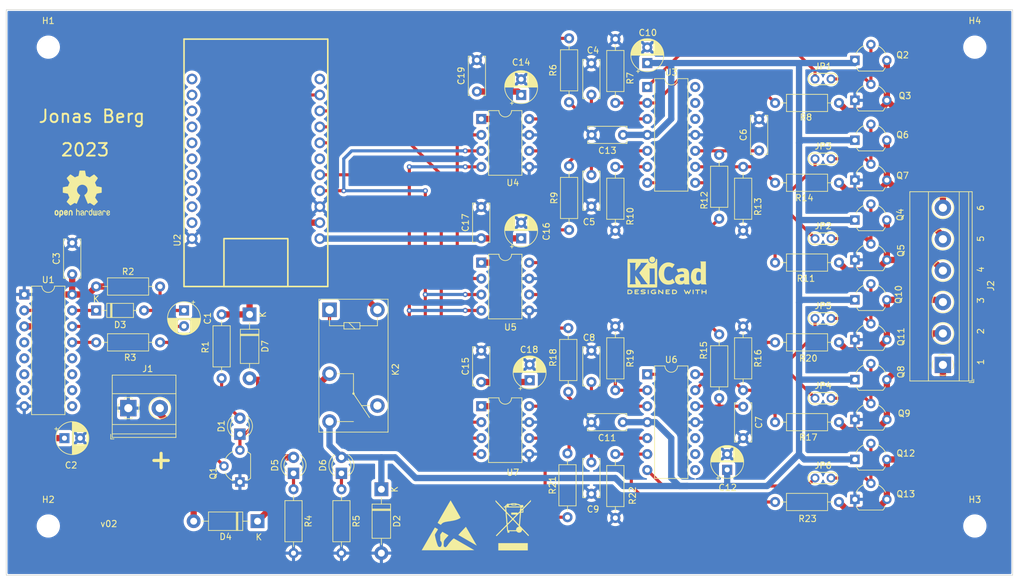
<source format=kicad_pcb>
(kicad_pcb (version 20221018) (generator pcbnew)
  (title_block (title "cpumeter") (date "2023-04-13") (rev "v01") (comment 3 "License CC BY 4.0") (comment 4 "Jonas Berg"))
  (layers (0 "F.Cu" mixed) (31 "B.Cu" mixed) (34 "B.Paste" user) (35 "F.Paste" user) (36 "B.SilkS" user "B.Silkscreen") (37 "F.SilkS" user "F.Silkscreen") (38 "B.Mask" user) (39 "F.Mask" user) (44 "Edge.Cuts" user))
  (net 0 "")
  (net 1 "Net-(D1-A)")
  (net 2 "+5V")
  (net 3 "GND")
  (net 4 "+24V")
  (net 5 "+3.3V")
  (net 6 "+VDC")
  (net 7 "Net-(D5-K)")
  (net 8 "/Analog/Vout1")
  (net 9 "/Analog/Vout2")
  (net 10 "/Analog/Vout3")
  (net 11 "/Analog/Vout4")
  (net 12 "/Analog/Vout5")
  (net 13 "/Analog/Vout6")
  (net 14 "Net-(Q1-G)")
  (net 15 "/Analog/SCLK")
  (net 16 "/Analog/MOSI")
  (net 17 "/Analog/CS0")
  (net 18 "/Analog/CS1")
  (net 19 "/Analog/CS2")
  (net 20 "Net-(U5-VB)")
  (net 21 "Net-(U5-VA)")
  (net 22 "Net-(JP1-A)")
  (net 23 "Net-(JP1-B)")
  (net 24 "Net-(JP2-A)")
  (net 25 "Net-(JP2-B)")
  (net 26 "Net-(JP3-B)")
  (net 27 "Net-(JP4-A)")
  (net 28 "Net-(JP4-B)")
  (net 29 "Net-(JP5-A)")
  (net 30 "Net-(JP5-B)")
  (net 31 "Net-(JP6-A)")
  (net 32 "Net-(JP6-B)")
  (net 33 "Net-(JP3-A)")
  (net 34 "Net-(D4-A)")
  (net 35 "Net-(U3A-+)")
  (net 36 "Net-(U3C-+)")
  (net 37 "Net-(U3B-+)")
  (net 38 "Net-(D3-K)")
  (net 39 "Net-(U7-VA)")
  (net 40 "Net-(U7-VB)")
  (net 41 "Net-(U3A--)")
  (net 42 "Net-(U3C--)")
  (net 43 "Net-(U3B--)")
  (net 47 "Net-(D3-A)")
  (net 48 "Net-(U1A-Cext)")
  (net 49 "Net-(U6D-+)")
  (net 50 "Net-(U6A-+)")
  (net 51 "Net-(U6B-+)")
  (net 52 "Net-(D1-K)")
  (net 53 "Net-(D6-K)")
  (net 54 "Net-(U1A-Q)")
  (net 55 "Net-(U4-VA)")
  (net 56 "Net-(U4-VB)")
  (net 57 "Net-(U6D--)")
  (net 58 "Net-(U6A--)")
  (net 59 "Net-(U6B--)")
  (net 60 "Net-(U1A-B)")
  (footprint "Package_DIP:DIP-16_W7.62mm" (layer "F.Cu") (at 58.156 79.492)
    (fp_text reference "U1")
    (fp_text value "74LS123")
  )
  (footprint "MountingHole:MountingHole_3.2mm_M3" (layer "F.Cu") (at 61.976 116.332)
    (fp_text reference "H2")
    (fp_text value "MountingHole")
  )
  (footprint "Resistor_THT:R_Axial_DIN0207_L6.3mm_D2.5mm_P10.16mm_Horizontal" (layer "F.Cu") (at 69.586 87.112)
    (fp_text reference "R3")
    (fp_text value "10k")
  )
  (footprint "Capacitor_THT:CP_Radial_D5.0mm_P2.50mm" (layer "F.Cu") (at 137.16 70.562 90)
    (fp_text reference "C16")
    (fp_text value "10uF")
  )
  (footprint "Symbol:KiCad-Logo2_5mm_SilkScreen" (layer "F.Cu") (at 160.342 76.444)
    (fp_text reference "REF**" hide)
    (fp_text value "KiCad-Logo2_5mm_SilkScreen" hide)
  )
  (footprint "Resistor_THT:R_Axial_DIN0207_L6.3mm_D2.5mm_P10.16mm_Horizontal" (layer "F.Cu") (at 177.536 74.412)
    (fp_text reference "R11")
    (fp_text value "10k")
  )
  (footprint "Resistor_THT:R_Axial_DIN0207_L6.3mm_D2.5mm_P10.16mm_Horizontal" (layer "F.Cu") (at 168.646 85.842 -90)
    (fp_text reference "R15")
    (fp_text value "10k")
  )
  (footprint "Resistor_THT:R_Axial_DIN0207_L6.3mm_D2.5mm_P10.16mm_Horizontal" (layer "F.Cu") (at 152.136 38.852 -90)
    (fp_text reference "R7")
    (fp_text value "1k")
  )
  (footprint "Relay_THT:Relay_SPDT_Omron-G5Q-1" (layer "F.Cu") (at 106.69 81.93 -90)
    (fp_text reference "K2")
    (fp_text value "G5Q-1")
  )
  (footprint "Capacitor_THT:C_Disc_D6.0mm_W2.5mm_P5.00mm" (layer "F.Cu") (at 148.326 93.422 90)
    (fp_text reference "C8")
    (fp_text value "100nF")
  )
  (footprint "Capacitor_THT:C_Disc_D6.0mm_W2.5mm_P5.00mm" (layer "F.Cu") (at 148.326 47.702 90)
    (fp_text reference "C4")
    (fp_text value "100nF")
  )
  (footprint "MountingHole:MountingHole_3.2mm_M3" (layer "F.Cu") (at 61.976 40.132)
    (fp_text reference "H1")
    (fp_text value "MountingHole")
  )
  (footprint "Package_TO_SOT_THT:TO-92L_Wide" (layer "F.Cu") (at 190.226 80.342)
    (fp_text reference "Q10")
    (fp_text value "BC547")
  )
  (footprint "Capacitor_THT:CP_Radial_D5.0mm_P2.50mm" (layer "F.Cu") (at 137.16 47.742 90)
    (fp_text reference "C14")
    (fp_text value "10uF")
  )
  (footprint "Symbol:OSHW-Logo2_9.8x8mm_SilkScreen" (layer "F.Cu") (at 67.378 63.49)
    (fp_text reference "REF**" hide)
    (fp_text value "OSHW-Logo2_9.8x8mm_SilkScreen" hide)
  )
  (footprint "Capacitor_THT:C_Disc_D6.0mm_W2.5mm_P5.00mm" (layer "F.Cu") (at 130.126 47.194 90)
    (fp_text reference "C19")
    (fp_text value "100nF")
  )
  (footprint "Resistor_THT:R_Axial_DIN0207_L6.3mm_D2.5mm_P10.16mm_Horizontal" (layer "F.Cu") (at 152.136 69.332 90)
    (fp_text reference "R10")
    (fp_text value "1k")
  )
  (footprint "Capacitor_THT:C_Disc_D6.0mm_W2.5mm_P5.00mm" (layer "F.Cu") (at 172.456 97.352 -90)
    (fp_text reference "C7")
    (fp_text value "100nF")
  )
  (footprint "Resistor_THT:R_Axial_DIN0207_L6.3mm_D2.5mm_P10.16mm_Horizontal" (layer "F.Cu") (at 152.136 115.052 90)
    (fp_text reference "R22")
    (fp_text value "1k")
  )
  (footprint "Resistor_THT:R_Axial_DIN0207_L6.3mm_D2.5mm_P10.16mm_Horizontal" (layer "F.Cu") (at 108.585 110.49 -90)
    (fp_text reference "R5")
    (fp_text value "3k3")
  )
  (footprint "Package_DIP:DIP-8_W7.62mm" (layer "F.Cu") (at 130.82 51.562)
    (fp_text reference "U4")
    (fp_text value "MCP4812")
  )
  (footprint "TerminalBlock_Phoenix:TerminalBlock_Phoenix_MKDS-1,5-2_1x02_P5.00mm_Horizontal" (layer "F.Cu") (at 74.706 97.577)
    (fp_text reference "J1")
    (fp_text value "Screw_Terminal_01x02")
  )
  (footprint "Package_DIP:DIP-8_W7.62mm" (layer "F.Cu") (at 130.82 74.422)
    (fp_text reference "U5")
    (fp_text value "MCP4812")
  )
  (footprint "Resistor_THT:R_Axial_DIN0207_L6.3mm_D2.5mm_P10.16mm_Horizontal" (layer "F.Cu") (at 177.536 49.012)
    (fp_text reference "R8")
    (fp_text value "10k")
  )
  (footprint "Resistor_THT:R_Axial_DIN0207_L6.3mm_D2.5mm_P10.16mm_Horizontal" (layer "F.Cu") (at 172.456 69.332 90)
    (fp_text reference "R13")
    (fp_text value "1k")
  )
  (footprint "Resistor_THT:R_Axial_DIN0207_L6.3mm_D2.5mm_P10.16mm_Horizontal" (layer "F.Cu") (at 69.586 78.222)
    (fp_text reference "R2")
    (fp_text value "100k")
  )
  (footprint "Package_TO_SOT_THT:TO-92L_Wide" (layer "F.Cu") (at 190.226 54.942)
    (fp_text reference "Q6")
    (fp_text value "BC547")
  )
  (footprint "Resistor_THT:R_Axial_DIN0207_L6.3mm_D2.5mm_P10.16mm_Horizontal" (layer "F.Cu") (at 172.456 84.572 -90)
    (fp_text reference "R16")
    (fp_text value "1k")
  )
  (footprint "Capacitor_THT:C_Disc_D6.0mm_W2.5mm_P5.00mm" (layer "F.Cu") (at 153.366 54.092 180)
    (fp_text reference "C13")
    (fp_text value "160nF")
  )
  (footprint "MountingHole:MountingHole_3.2mm_M3" (layer "F.Cu") (at 209.296 40.132)
    (fp_text reference "H4")
    (fp_text value "MountingHole")
  )
  (footprint "Package_TO_SOT_THT:TO-92L_Wide" (layer "F.Cu") (at 190.226 48.592)
    (fp_text reference "Q3")
    (fp_text value "BC557")
  )
  (footprint "LED_THT:LED_D3.0mm" (layer "F.Cu") (at 108.585 107.95 90)
    (fp_text reference "D6")
    (fp_text value "Green")
  )
  (footprint "Capacitor_THT:C_Disc_D6.0mm_W2.5mm_P5.00mm" (layer "F.Cu") (at 153.326 99.812 180)
    (fp_text reference "C11")
    (fp_text value "160nF")
  )
  (footprint "Capacitor_THT:C_Disc_D6.0mm_W2.5mm_P5.00mm" (layer "F.Cu") (at 148.326 106.202 -90)
    (fp_text reference "C9")
    (fp_text value "100nF")
  )
  (footprint "Package_TO_SOT_THT:TO-92L_Wide" (layer "F.Cu") (at 190.226 99.392)
    (fp_text reference "Q9")
    (fp_text value "BC557")
  )
  (footprint "Capacitor_THT:C_Disc_D6.0mm_W2.5mm_P5.00mm" (layer "F.Cu") (at 130.81 93.422 90)
    (fp_text reference "C15")
    (fp_text value "100nF")
  )
  (footprint "Package_TO_SOT_THT:TO-92L_Wide" (layer "F.Cu") (at 190.226 93.042)
    (fp_text reference "Q8")
    (fp_text value "BC547")
  )
  (footprint "Diode_THT:D_DO-41_SOD81_P10.16mm_Horizontal" (layer "F.Cu") (at 95.25 115.57 180)
    (fp_text reference "D4")
    (fp_text value "1N4003")
  )
  (footprint "TerminalBlock_Phoenix:TerminalBlock_Phoenix_MKDS-1,5-6_1x06_P5.00mm_Horizontal" (layer "F.Cu") (at 204.216 90.692 90)
    (fp_text reference "J2")
    (fp_text value "Screw_Terminal_01x06")
  )
  (footprint "Package_TO_SOT_THT:TO-92L_Wide" (layer "F.Cu") (at 190.226 61.292)
    (fp_text reference "Q7")
    (fp_text value "BC557")
  )
  (footprint "LED_THT:LED_D3.0mm" (layer "F.Cu") (at 100.965 107.95 90)
    (fp_text reference "D5")
    (fp_text value "Green")
  )
  (footprint "Capacitor_THT:C_Disc_D6.0mm_W2.5mm_P5.00mm" (layer "F.Cu") (at 65.776 76.277 90)
    (fp_text reference "C3")
    (fp_text value "100nF")
  )
  (footprint "Package_DIP:DIP-8_W7.62mm" (layer "F.Cu") (at 130.82 97.272)
    (fp_text reference "U7")
    (fp_text value "MCP4812")
  )
  (footprint "cpumeter_library:ft232h_footprint" (layer "F.Cu") (at 94.986 57.902 90)
    (fp_text reference "U2")
    (fp_text value "~")
  )
  (footprint "Resistor_THT:R_Axial_DIN0207_L6.3mm_D2.5mm_P10.16mm_Horizontal" (layer "F.Cu") (at 177.536 61.712)
    (fp_text reference "R14")
    (fp_text value "10k")
  )
  (footprint "Resistor_THT:R_Axial_DIN0207_L6.3mm_D2.5mm_P10.16mm_Horizontal" (layer "F.Cu") (at 144.526 114.935 90)
    (fp_text reference "R21")
    (fp_text value "10k")
  )
  (footprint "Resistor_THT:R_Axial_DIN0207_L6.3mm_D2.5mm_P10.16mm_Horizontal" (layer "F.Cu") (at 100.965 110.49 -90)
    (fp_text reference "R4")
    (fp_text value "3k3")
  )
  (footprint "Resistor_THT:R_Axial_DIN0207_L6.3mm_D2.5mm_P10.16mm_Horizontal" (layer "F.Cu") (at 152.136 84.572 -90)
    (fp_text reference "R19")
    (fp_text value "1k")
  )
  (footprint "Package_TO_SOT_THT:TO-92L_Wide" (layer "F.Cu") (at 190.226 42.242)
    (fp_text reference "Q2")
    (fp_text value "BC547")
  )
  (footprint "Capacitor_THT:CP_Radial_D5.0mm_P2.50mm" (layer "F.Cu") (at 64.546 102.352)
    (fp_text reference "C2")
    (fp_text value "10uF")
  )
  (footprint "Capacitor_THT:C_Disc_D6.0mm_W2.5mm_P5.00mm" (layer "F.Cu") (at 174.996 56.592 90)
    (fp_text reference "C6")
    (fp_text value "100nF")
  )
  (footprint "Diode_THT:D_DO-35_SOD27_P7.62mm_Horizontal" (layer "F.Cu") (at 69.586 82.032)
    (fp_text reference "D3")
    (fp_text value "1N4148")
  )
  (footprint "Resistor_THT:R_Axial_DIN0207_L6.3mm_D2.5mm_P10.16mm_Horizontal" (layer "F.Cu") (at 144.78 38.735 -90)
    (fp_text reference "R6")
    (fp_text value "10k")
  )
  (footprint "Resistor_THT:R_Axial_DIN0207_L6.3mm_D2.5mm_P10.16mm_Horizontal" (layer "F.Cu") (at 168.646 67.427 90)
    (fp_text reference "R12")
    (fp_text value "10k")
  )
  (footprint "Resistor_THT:R_Axial_DIN0207_L6.3mm_D2.5mm_P10.16mm_Horizontal" (layer "F.Cu") (at 144.653 84.836 -90)
    (fp_text reference "R18")
    (fp_text value "10k")
  )
  (footprint "LED_THT:LED_D3.0mm" (layer "F.Cu") (at 92.446 101.717 90)
    (fp_text reference "D1")
    (fp_text value "Yellow")
  )
  (footprint "Package_TO_SOT_THT:TO-92L_Wide" (layer "F.Cu") (at 92.446 109.337 90)
    (fp_text reference "Q1")
    (fp_text value "2N7000")
  )
  (footprint "Package_TO_SOT_THT:TO-92L_Wide" (layer "F.Cu") (at 190.226 67.642)
    (fp_text reference "Q4")
    (fp_text value "BC547")
  )
  (footprint "Package_DIP:DIP-14_W7.62mm" (layer "F.Cu") (at 157.216 92.192)
    (fp_text reference "U6")
    (fp_text value "LM324")
  )
  (footprint "Capacitor_THT:CP_Radial_D5.0mm_P2.50mm" (layer "F.Cu") (at 169.916 107.392 90)
    (fp_text reference "C12")
    (fp_text value "16uF")
  )
  (footprint "MountingHole:MountingHole_3.2mm_M3" (layer "F.Cu") (at 209.296 116.332)
    (fp_text reference "H3")
    (fp_text value "MountingHole")
  )
  (footprint "Capacitor_THT:C_Disc_D6.0mm_W2.5mm_P5.00mm" (layer "F.Cu") (at 148.326 60.482 -90)
    (fp_text reference "C5")
    (fp_text value "100nF")
  )
  (footprint "Package_TO_SOT_THT:TO-92L_Wide" (layer "F.Cu") (at 190.226 105.742)
    (fp_text reference "Q12")
    (fp_text value "BC547")
  )
  (footprint "Capacitor_THT:C_Disc_D6.0mm_W2.5mm_P5.00mm" (layer "F.Cu") (at 130.81 70.562 90)
    (fp_text reference "C17")
    (fp_text value "100nF")
  )
  (footprint "TestPoint:TestPoint_2Pads_Pitch2.54mm_Drill0.8mm" (layer "F.Cu") (at 183.886 96.002)
    (fp_text reference "JP4")
    (fp_text value "Jumper_2_Bridged")
  )
  (footprint "Capacitor_THT:CP_Radial_D5.0mm_P2.50mm" (layer "F.Cu") (at 138.508 93.143113 90)
    (fp_text reference "C18")
    (fp_text value "10uF")
  )
  (footprint "Resistor_THT:R_Axial_DIN0207_L6.3mm_D2.5mm_P10.16mm_Horizontal" (layer "F.Cu") (at 144.78 69.215 90)
    (fp_text reference "R9")
    (fp_text value "10k")
  )
  (footprint "Resistor_THT:R_Axial_DIN0207_L6.3mm_D2.5mm_P10.16mm_Horizontal" (layer "F.Cu") (at 177.536 87.112)
    (fp_text reference "R20")
    (fp_text value "10k")
  )
  (footprint "Package_DIP:DIP-14_W7.62mm" (layer "F.Cu") (at 157.216 46.472)
    (fp_text reference "U3")
    (fp_text value "LM324")
  )
  (footprint "Diode_THT:D_DO-41_SOD81_P10.16mm_Horizontal" (layer "F.Cu") (at 114.935 110.49 -90)
    (fp_text reference "D2")
    (fp_text value "1N4003")
  )
  (footprint "TestPoint:TestPoint_2Pads_Pitch2.54mm_Drill0.8mm" (layer "F.Cu") (at 183.886 70.602)
    (fp_text reference "JP2")
    (fp_text value "Jumper_2_Bridged")
  )
  (footprint "Symbol:WEEE-Logo_5.6x8mm_SilkScreen" (layer "F.Cu") (at 135.89 116.205)
    (fp_text reference "REF**" hide)
    (fp_text value "WEEE-Logo_5.6x8mm_SilkScreen" hide)
  )
  (footprint "Package_TO_SOT_THT:TO-92L_Wide" (layer "F.Cu") (at 190.226 73.992)
    (fp_text reference "Q5")
    (fp_text value "BC557")
  )
  (footprint "Symbol:ESD-Logo_8.9x8mm_SilkScreen" (layer "F.Cu") (at 125.73 116.205)
    (fp_text reference "REF**" hide)
    (fp_text value "ESD-Logo_8.9x8mm_SilkScreen" hide)
  )
  (footprint "Resistor_THT:R_Axial_DIN0207_L6.3mm_D2.5mm_P10.16mm_Horizontal" (layer "F.Cu") (at 177.536 99.812)
    (fp_text reference "R17")
    (fp_text value "10k")
  )
  (footprint "TestPoint:TestPoint_2Pads_Pitch2.54mm_Drill0.8mm" (layer "F.Cu") (at 183.886 108.702)
    (fp_text reference "JP6")
    (fp_text value "Jumper_2_Bridged")
  )
  (footprint "TestPoint:TestPoint_2Pads_Pitch2.54mm_Drill0.8mm" (layer "F.Cu") (at 183.886 83.302)
    (fp_text reference "JP5")
    (fp_text value "Jumper_2_Bridged")
  )
  (footprint "Resistor_THT:R_Axial_DIN0207_L6.3mm_D2.5mm_P10.16mm_Horizontal" (layer "F.Cu") (at 89.535 82.667 -90)
    (fp_text reference "R1")
    (fp_text value "560")
  )
  (footprint "Package_TO_SOT_THT:TO-92L_Wide" (layer "F.Cu") (at 190.226 112.092)
    (fp_text reference "Q13")
    (fp_text value "BC557")
  )
  (footprint "Diode_THT:D_DO-41_SOD81_P10.16mm_Horizontal" (layer "F.Cu") (at 93.98 82.667 -90)
    (fp_text reference "D7")
    (fp_text value "1N4003")
  )
  (footprint "TestPoint:TestPoint_2Pads_Pitch2.54mm_Drill0.8mm" (layer "F.Cu") (at 183.886 45.202)
    (fp_text reference "JP1")
    (fp_text value "Jumper_2_Bridged")
  )
  (footprint "TestPoint:TestPoint_2Pads_Pitch2.54mm_Drill0.8mm" (layer "F.Cu") (at 183.886 57.902)
    (fp_text reference "JP3")
    (fp_text value "Jumper_2_Bridged")
  )
  (footprint "Resistor_THT:R_Axial_DIN0207_L6.3mm_D2.5mm_P10.16mm_Horizontal" (layer "F.Cu") (at 177.536 112.512)
    (fp_text reference "R23")
    (fp_text value "10k")
  )
  (footprint "Capacitor_THT:CP_Radial_D5.0mm_P2.50mm" (layer "F.Cu") (at 157.216 42.662 90)
    (fp_text reference "C10")
    (fp_text value "16uF")
  )
  (footprint "Capacitor_THT:CP_Radial_D5.0mm_P2.50mm" (layer "F.Cu") (at 83.556 82.032 -90)
    (fp_text reference "C1")
    (fp_text value "25uF")
  )
  (footprint "Package_TO_SOT_THT:TO-92L_Wide" (layer "F.Cu") (at 190.226 86.692)
    (fp_text reference "Q11")
    (fp_text value "BC557")
  )
  (gr_rect (start 55.296 34.172) (end 215.296 124.172) (stroke (width 0.1)) (fill none) (layer "Edge.Cuts"))
  (gr_text "+" (at 77.724 107.442) (layer "F.SilkS") (effects (font (size 3 3) (thickness 0.5) bold) (justify left bottom)))
  (gr_text "5" (at 210.82 71.1962 90) (layer "F.SilkS") (effects (font (size 1 1)) (justify left bottom)))
  (gr_text "2023" (at 63.822 57.648) (layer "F.SilkS") (effects (font (size 2 2) (thickness 0.3)) (justify left bottom)))
  (gr_text "4" (at 210.82 76.0984 90) (layer "F.SilkS") (effects (font (size 1 1)) (justify left bottom)))
  (gr_text "v02" (at 70.172 116.576) (layer "F.SilkS") (effects (font (size 1 1)) (justify left bottom)))
  (gr_text "3" (at 210.82 81.0006 90) (layer "F.SilkS") (effects (font (size 1 1)) (justify left bottom)))
  (gr_text "1" (at 210.82 90.805 90) (layer "F.SilkS") (effects (font (size 1 1)) (justify left bottom)))
  (gr_text "6" (at 210.82 66.294 90) (layer "F.SilkS") (effects (font (size 1 1)) (justify left bottom)))
  (gr_text "Jonas Berg" (at 60.266 52.314) (layer "F.SilkS") (effects (font (size 2 2) (thickness 0.3)) (justify left bottom)))
  (gr_text "2" (at 210.82 85.9028 90) (layer "F.SilkS") (effects (font (size 1 1)) (justify left bottom)))
  (segment (start 92.446 99.177) (end 89.535 96.266) (width 0.5) (layer "F.Cu") (net 1))
  (segment (start 89.535 96.266) (end 89.535 92.827) (width 0.5) (layer "F.Cu") (net 1))
  (segment (start 69.586 78.222) (end 70.856 78.222) (width 1) (layer "F.Cu") (net 2))
  (segment (start 94.986 75.682) (end 102.606 68.062) (width 1) (layer "F.Cu") (net 2))
  (segment (start 114.31 81.93) (end 111.125 78.745) (width 1) (layer "F.Cu") (net 2))
  (segment (start 73.396 75.682) (end 92.446 75.682) (width 1) (layer "F.Cu") (net 2))
  (segment (start 58.156 84.572) (end 61.966 84.572) (width 1) (layer "F.Cu") (net 2))
  (segment (start 111.125 78.74) (end 93.98 78.74) (width 1) (layer "F.Cu") (net 2))
  (segment (start 92.446 75.682) (end 93.98 75.682) (width 1) (layer "F.Cu") (net 2))
  (segment (start 93.98 75.682) (end 94.986 75.682) (width 1) (layer "F.Cu") (net 2))
  (segment (start 93.98 78.74) (end 93.98 75.682) (width 1) (layer "F.Cu") (net 2))
  (segment (start 61.966 79.492) (end 61.966 84.572) (width 1) (layer "F.Cu") (net 2))
  (segment (start 70.856 78.222) (end 73.396 75.682) (width 1) (layer "F.Cu") (net 2))
  (segment (start 89.535 82.667) (end 93.98 82.667) (width 1) (layer "F.Cu") (net 2))
  (segment (start 111.125 78.745) (end 111.125 78.74) (width 1) (layer "F.Cu") (net 2))
  (segment (start 68.316 79.492) (end 69.586 78.222) (width 1) (layer "F.Cu") (net 2))
  (segment (start 93.98 82.667) (end 93.98 78.74) (width 1) (layer "F.Cu") (net 2))
  (segment (start 65.776 79.492) (end 61.966 79.492) (width 1) (layer "F.Cu") (net 2))
  (segment (start 102.606 68.062) (end 105.146 68.062) (width 1) (layer "F.Cu") (net 2))
  (segment (start 65.776 79.492) (end 65.776 76.277) (width 1) (layer "F.Cu") (net 2))
  (segment (start 61.966 102.352) (end 64.546 102.352) (width 1) (layer "F.Cu") (net 2))
  (segment (start 65.776 79.492) (end 68.316 79.492) (width 1) (layer "F.Cu") (net 2))
  (segment (start 61.966 84.572) (end 61.966 102.352) (width 1) (layer "F.Cu") (net 2))
  (segment (start 85.207 70.602) (end 85.217 70.612) (width 1) (layer "B.Cu") (net 3))
  (segment (start 84.826 70.602) (end 85.207 70.602) (width 1) (layer "B.Cu") (net 3))
  (segment (start 181.346 93.462) (end 181.346 104.892) (width 1) (layer "B.Cu") (net 4))
  (segment (start 169.916 107.392) (end 169.916 109.972) (width 1) (layer "B.Cu") (net 4))
  (segment (start 181.346 55.362) (end 181.346 68.062) (width 1) (layer "B.Cu") (net 4))
  (segment (start 181.766 80.342) (end 181.346 80.762) (width 1) (layer "B.Cu") (net 4))
  (segment (start 181.346 80.762) (end 181.346 93.462) (width 1) (layer "B.Cu") (net 4))
  (segment (start 114.935 105.41) (end 117.104 105.41) (width 1) (layer "B.Cu") (net 4))
  (segment (start 181.346 104.892) (end 182.196 105.742) (width 1) (layer "B.Cu") (net 4))
  (segment (start 114.935 110.49) (end 114.935 105.41) (width 1) (layer "B.Cu") (net 4))
  (segment (start 157.216 99.812) (end 158.486 99.812) (width 1) (layer "B.Cu") (net 4))
  (segment (start 108.585 105.41) (end 114.935 105.41) (width 1) (layer "B.Cu") (net 4))
  (segment (start 153.406 109.972) (end 152.136 108.702) (width 1) (layer "B.Cu") (net 4))
  (segment (start 181.766 54.942) (end 181.346 55.362) (width 1) (layer "B.Cu") (net 4))
  (segment (start 162.296 109.972) (end 163.566 109.972) (width 1) (layer "B.Cu") (net 4))
  (segment (start 176.266 109.972) (end 181.346 104.892) (width 1) (layer "B.Cu") (net 4))
  (segment (start 161.026 102.352) (end 161.026 108.702) (width 1) (layer "B.Cu") (net 4))
  (segment (start 152.136 108.702) (end 120.396 108.702) (width 1) (layer "B.Cu") (net 4))
  (segment (start 120.396 108.702) (end 117.104 105.41) (width 1) (layer "B.Cu") (net 4))
  (segment (start 182.196 105.742) (end 190.226 105.742) (width 1) (layer "B.Cu") (net 4))
  (segment (start 161.026 51.552) (end 161.026 42.662) (width 1) (layer "B.Cu") (net 4))
  (segment (start 190.236 42.252) (end 190.226 42.242) (width 1) (layer "B.Cu") (net 4))
  (segment (start 190.226 80.342) (end 181.766 80.342) (width 1) (layer "B.Cu") (net 4))
  (segment (start 106.69 103.515) (end 108.585 105.41) (width 1) (layer "B.Cu") (net 4))
  (segment (start 190.226 93.042) (end 181.766 93.042) (width 1) (layer "B.Cu") (net 4))
  (segment (start 157.216 54.092) (end 153.366 54.092) (width 1) (layer "B.Cu") (net 4))
  (segment (start 106.69 99.71) (end 106.69 103.515) (width 1) (layer "B.Cu") (net 4))
  (segment (start 157.216 54.092) (end 158.486 54.092) (width 1) (layer "B.Cu") (net 4))
  (segment (start 161.026 42.662) (end 190.236 42.662) (width 1) (layer "B.Cu") (net 4))
  (segment (start 161.026 42.662) (end 157.216 42.662) (width 1) (layer "B.Cu") (net 4))
  (segment (start 158.486 54.092) (end 161.026 51.552) (width 1) (layer "B.Cu") (net 4))
  (segment (start 190.226 54.942) (end 181.766 54.942) (width 1) (layer "B.Cu") (net 4))
  (segment (start 161.026 108.702) (end 162.296 109.972) (width 1) (layer "B.Cu") (net 4))
  (segment (start 169.916 109.972) (end 176.266 109.972) (width 1) (layer "B.Cu") (net 4))
  (segment (start 163.566 109.972) (end 169.916 109.972) (width 1) (layer "B.Cu") (net 4))
  (segment (start 163.566 109.972) (end 153.406 109.972) (width 1) (layer "B.Cu") (net 4))
  (segment (start 190.226 67.642) (end 181.766 67.642) (width 1) (layer "B.Cu") (net 4))
  (segment (start 181.766 93.042) (end 181.346 93.462) (width 1) (layer "B.Cu") (net 4))
  (segment (start 153.326 99.812) (end 157.216 99.812) (width 1) (layer "B.Cu") (net 4))
  (segment (start 158.486 99.812) (end 161.026 102.352) (width 1) (layer "B.Cu") (net 4))
  (segment (start 181.346 42.662) (end 181.346 55.362) (width 1) (layer "B.Cu") (net 4))
  (segment (start 181.766 67.642) (end 181.346 68.062) (width 1) (layer "B.Cu") (net 4))
  (segment (start 181.346 68.062) (end 181.346 80.762) (width 1) (layer "B.Cu") (net 4))
  (segment (start 190.236 42.662) (end 190.236 42.252) (width 1) (layer "B.Cu") (net 4))
  (segment (start 133.34 51.562) (end 133.35 51.552) (width 1) (layer "F.Cu") (net 5))
  (segment (start 138.229113 93.422) (end 138.508 93.143113) (width 1) (layer "F.Cu") (net 5))
  (segment (start 133.35 51.552) (end 133.35 47.78) (width 1) (layer "F.Cu") (net 5))
  (segment (start 133.35 74.412) (end 133.35 51.552) (width 1) (layer "F.Cu") (net 5))
  (segment (start 130.81 93.422) (end 138.229113 93.422) (width 1) (layer "F.Cu") (net 5))
  (segment (start 130.82 51.562) (end 133.34 51.562) (width 1) (layer "F.Cu") (net 5))
  (segment (start 137.16 70.562) (end 130.81 70.562) (width 1) (layer "F.Cu") (net 5))
  (segment (start 133.34 74.422) (end 133.35 74.412) (width 1) (layer "F.Cu") (net 5))
  (segment (start 136.612 47.194) (end 137.16 47.742) (width 1) (layer "F.Cu") (net 5))
  (segment (start 130.126 47.194) (end 133.936 47.194) (width 1) (layer "F.Cu") (net 5))
  (segment (start 133.936 47.194) (end 136.612 47.194) (width 1) (layer "F.Cu") (net 5))
  (segment (start 130.82 97.272) (end 133.35 97.272) (width 1) (layer "F.Cu") (net 5))
  (segment (start 133.35 97.272) (end 133.35 74.412) (width 1) (layer "F.Cu") (net 5))
  (segment (start 130.82 74.422) (end 133.34 74.422) (width 1) (layer "F.Cu") (net 5))
  (segment (start 133.35 47.78) (end 133.936 47.194) (width 1) (layer "F.Cu") (net 5))
  (segment (start 105.146 70.602) (end 130.77 70.602) (width 1) (layer "B.Cu") (net 5))
  (segment (start 130.77 70.602) (end 130.81 70.562) (width 1) (layer "B.Cu") (net 5))
  (segment (start 97.155 105.41) (end 97.155 101.625) (width 1) (layer "F.Cu") (net 6))
  (segment (start 97.155 113.665) (end 97.155 105.41) (width 1) (layer "F.Cu") (net 6))
  (segment (start 100.965 105.41) (end 97.155 105.41) (width 1) (layer "F.Cu") (net 6))
  (segment (start 95.25 115.57) (end 97.155 113.665) (width 1) (layer "F.Cu") (net 6))
  (segment (start 97.155 101.625) (end 106.69 92.09) (width 1) (layer "F.Cu") (net 6))
  (segment (start 100.965 107.95) (end 100.965 110.49) (width 0.5) (layer "F.Cu") (net 7))
  (segment (start 194.046 50.282) (end 195.316 49.012) (width 1) (layer "F.Cu") (net 8))
  (segment (start 188.966 50.282) (end 194.046 50.282) (width 1) (layer "F.Cu") (net 8))
  (segment (start 204.216 57.502) (end 204.216 65.692) (width 1) (layer "F.Cu") (net 8))
  (segment (start 195.306 48.592) (end 204.216 57.502) (width 1) (layer "F.Cu") (net 8))
  (segment (start 195.316 49.012) (end 195.306 49.002) (width 1) (layer "F.Cu") (net 8))
  (segment (start 187.696 49.012) (end 188.966 50.282) (width 1) (layer "F.Cu") (net 8))
  (segment (start 195.306 49.002) (end 195.306 42.242) (width 1) (layer "F.Cu") (net 8))
  (segment (start 187.696 74.412) (end 188.966 75.682) (width 1) (layer "F.Cu") (net 9))
  (segment (start 195.306 73.992) (end 195.306 67.642) (width 1) (layer "F.Cu") (net 9))
  (segment (start 195.306 73.992) (end 202.516 73.992) (width 1) (layer "F.Cu") (net 9))
  (segment (start 188.966 75.682) (end 193.616 75.682) (width 1) (layer "F.Cu") (net 9))
  (segment (start 202.516 73.992) (end 204.216 75.692) (width 1) (layer "F.Cu") (net 9))
  (segment (start 193.616 75.682) (end 195.306 73.992) (width 1) (layer "F.Cu") (net 9))
  (segment (start 187.696 61.712) (end 188.966 62.982) (width 1) (layer "F.Cu") (net 10))
  (segment (start 195.306 61.292) (end 204.216 70.202) (width 1) (layer "F.Cu") (net 10))
  (segment (start 194.046 62.982) (end 195.316 61.712) (width 1) (layer "F.Cu") (net 10))
  (segment (start 188.966 62.982) (end 194.046 62.982) (width 1) (layer "F.Cu") (net 10))
  (segment (start 204.216 70.202) (end 204.216 70.692) (width 1) (layer "F.Cu") (net 10))
  (segment (start 195.306 54.942) (end 195.306 61.292) (width 1) (layer "F.Cu") (net 10))
  (segment (start 202.656 85.692) (end 204.216 85.692) (width 1) (layer "F.Cu") (net 11))
  (segment (start 193.616 101.082) (end 195.306 99.392) (width 1) (layer "F.Cu") (net 11))
  (segment (start 195.306 93.042) (end 195.306 99.392) (width 1) (layer "F.Cu") (net 11))
  (segment (start 195.306 93.042) (end 202.656 85.692) (width 1) (layer "F.Cu") (net 11))
  (segment (start 187.696 99.812) (end 188.966 101.082) (width 1) (layer "F.Cu") (net 11))
  (segment (start 188.966 101.082) (end 193.616 101.082) (width 1) (layer "F.Cu") (net 11))
  (segment (start 188.966 88.382) (end 193.616 88.382) (width 1) (layer "F.Cu") (net 12))
  (segment (start 187.696 87.112) (end 188.966 88.382) (width 1) (layer "F.Cu") (net 12))
  (segment (start 203.866 80.342) (end 204.216 80.692) (width 1) (layer "F.Cu") (net 12))
  (segment (start 195.306 80.342) (end 195.306 86.692) (width 1) (layer "F.Cu") (net 12))
  (segment (start 195.306 80.342) (end 203.866 80.342) (width 1) (layer "F.Cu") (net 12))
  (segment (start 193.616 88.382) (end 195.306 86.692) (width 1) (layer "F.Cu") (net 12))
  (segment (start 195.306 105.742) (end 200.709 105.742) (width 1) (layer "F.Cu") (net 13))
  (segment (start 200.709 105.742) (end 204.216 102.235) (width 1) (layer "F.Cu") (net 13))
  (segment (start 204.216 102.235) (end 204.216 90.692) (width 1) (layer "F.Cu") (net 13))
  (segment (start 193.616 113.782) (end 195.306 112.092) (width 1) (layer "F.Cu") (net 13))
  (segment (start 188.966 113.782) (end 193.616 113.782) (width 1) (layer "F.Cu") (net 13))
  (segment (start 187.696 112.512) (end 188.966 113.782) (width 1) (layer "F.Cu") (net 13))
  (segment (start 195.306 105.742) (end 195.306 112.092) (width 1) (layer "F.Cu") (net 13))
  (segment (start 87.366 104.257) (end 89.906 106.797) (width 0.5) (layer "F.Cu") (net 14))
  (segment (start 79.746 87.112) (end 81.016 87.112) (width 0.5) (layer "F.Cu") (net 14))
  (segment (start 87.366 93.462) (end 87.366 104.257) (width 0.5) (layer "F.Cu") (net 14))
  (segment (start 81.016 87.112) (end 87.366 93.462) (width 0.5) (layer "F.Cu") (net 14))
  (segment (start 130.82 102.352) (end 125.73 102.352) (width 0.5) (layer "F.Cu") (net 15))
  (segment (start 125.73 102.352) (end 121.92 98.542) (width 0.5) (layer "F.Cu") (net 15))
  (segment (start 121.92 98.542) (end 121.92 62.982) (width 0.5) (layer "F.Cu") (net 15))
  (segment (start 128.28 56.642) (end 130.82 56.642) (width 0.5) (layer "F.Cu") (net 15))
  (segment (start 128.28 79.502) (end 128.27 79.492) (width 0.5) (layer "F.Cu") (net 15))
  (segment (start 128.27 56.632) (end 128.28 56.642) (width 0.5) (layer "F.Cu") (net 15))
  (segment (start 105.146 62.982) (end 108.956 62.982) (width 0.5) (layer "F.Cu") (net 15))
  (segment (start 130.82 79.502) (end 128.28 79.502) (width 0.5) (layer "F.Cu") (net 15))
  (via (at 128.27 56.632) (size 0.8) (drill 0.4) (layers "F.Cu" "B.Cu") (net 15))
  (via (at 128.27 79.492) (size 0.8) (drill 0.4) (layers "F.Cu" "B.Cu") (net 15))
  (via (at 108.956 62.982) (size 0.8) (drill 0.4) (layers "F.Cu" "B.Cu") (net 15))
  (via (at 121.92 79.492) (size 0.8) (drill 0.4) (layers "F.Cu" "B.Cu") (net 15))
  (via (at 121.92 62.982) (size 0.8) (drill 0.4) (layers "F.Cu" "B.Cu") (net 15))
  (segment (start 121.92 62.982) (end 108.956 62.982) (width 0.5) (layer "B.Cu") (net 15))
  (segment (start 128.27 56.632) (end 110.226 56.632) (width 0.5) (layer "B.Cu") (net 15))
  (segment (start 110.226 56.632) (end 108.956 57.902) (width 0.5) (layer "B.Cu") (net 15))
  (segment (start 128.27 79.492) (end 121.92 79.492) (width 0.5) (layer "B.Cu") (net 15))
  (segment (start 108.956 57.902) (end 108.956 62.982) (width 0.5) (layer "B.Cu") (net 15))
  (segment (start 130.82 104.892) (end 121.92 104.892) (width 0.5) (layer "F.Cu") (net 16))
  (segment (start 119.38 60.325) (end 119.38 59.172) (width 0.5) (layer "F.Cu") (net 16))
  (segment (start 105.146 60.442) (end 119.263 60.442) (width 0.5) (layer "F.Cu") (net 16))
  (segment (start 128.28 59.182) (end 128.27 59.172) (width 0.5) (layer "F.Cu") (net 16))
  (segment (start 119.38 102.352) (end 121.92 104.892) (width 0.5) (layer "F.Cu") (net 16))
  (segment (start 130.82 59.182) (end 128.28 59.182) (width 0.5) (layer "F.Cu") (net 16))
  (segment (start 119.38 82.032) (end 119.38 102.352) (width 0.5) (layer "F.Cu") (net 16))
  (segment (start 119.38 60.325) (end 119.38 82.032) (width 0.5) (layer "F.Cu") (net 16))
  (segment (start 128.28 82.042) (end 128.27 82.032) (width 0.5) (layer "F.Cu") (net 16))
  (segment (start 119.263 60.442) (end 119.38 60.325) (width 0.5) (layer "F.Cu") (net 16))
  (segment (start 130.82 82.042) (end 128.28 82.042) (width 0.5) (layer "F.Cu") (net 16))
  (via (at 128.27 59.172) (size 0.8) (drill 0.4) (layers "F.Cu" "B.Cu") (net 16))
  (via (at 119.38 59.172) (size 0.8) (drill 0.4) (layers "F.Cu" "B.Cu") (net 16))
  (via (at 119.38 82.032) (size 0.8) (drill 0.4) (layers "F.Cu" "B.Cu") (net 16))
  (via (at 128.27 82.032) (size 0.8) (drill 0.4) (layers "F.Cu" "B.Cu") (net 16))
  (segment (start 128.27 59.172) (end 119.38 59.172) (width 0.5) (layer "B.Cu") (net 16))
  (segment (start 128.27 82.032) (end 119.38 82.032) (width 0.5) (layer "B.Cu") (net 16))
  (segment (start 124.46 60.442) (end 119.38 55.362) (width 0.5) (layer "F.Cu") (net 17))
  (segment (start 124.46 96.002) (end 124.46 60.442) (width 0.5) (layer "F.Cu") (net 17))
  (segment (start 130.82 99.812) (end 128.27 99.812) (width 0.5) (layer "F.Cu") (net 17))
  (segment (start 119.38 55.362) (end 105.146 55.362) (width 0.5) (layer "F.Cu") (net 17))
  (segment (start 128.27 99.812) (end 124.46 96.002) (width 0.5) (layer "F.Cu") (net 17))
  (segment (start 130.81 76.952) (end 129.54 76.952) (width 0.5) (layer "F.Cu") (net 18))
  (segment (start 124.46 52.822) (end 105.146 52.822) (width 0.5) (layer "F.Cu") (net 18))
  (segment (start 127 55.362) (end 124.46 52.822) (width 0.5) (layer "F.Cu") (net 18))
  (segment (start 127 74.412) (end 127 55.362) (width 0.5) (layer "F.Cu") (net 18))
  (segment (start 129.54 76.952) (end 127 74.412) (width 0.5) (layer "F.Cu") (net 18))
  (segment (start 130.82 76.962) (end 130.81 76.952) (width 0.5) (layer "F.Cu") (net 18))
  (segment (start 125.73 50.282) (end 105.146 50.282) (width 0.5) (layer "F.Cu") (net 19))
  (segment (start 130.82 54.102) (end 129.55 54.102) (width 0.5) (layer "F.Cu") (net 19))
  (segment (start 129.55 54.102) (end 125.73 50.282) (width 0.5) (layer "F.Cu") (net 19))
  (segment (start 162.306 79.502) (end 168.646 85.842) (width 0.5) (layer "F.Cu") (net 20))
  (segment (start 162.306 79.502) (end 138.44 79.502) (width 0.5) (layer "F.Cu") (net 20))
  (segment (start 161.651 74.422) (end 168.646 67.427) (width 0.5) (layer "F.Cu") (net 21))
  (segment (start 161.651 74.422) (end 138.44 74.422) (width 0.5) (layer "F.Cu") (net 21))
  (segment (start 162.296 41.392) (end 181.346 41.392) (width 0.5) (layer "F.Cu") (net 22))
  (segment (start 181.346 41.392) (end 183.886 43.932) (width 0.5) (layer "F.Cu") (net 22))
  (segment (start 157.216 46.472) (end 162.296 41.392) (width 0.5) (layer "F.Cu") (net 22))
  (segment (start 183.886 43.932) (end 183.886 45.202) (width 0.5) (layer "F.Cu") (net 22))
  (segment (start 192.766 39.702) (end 192.766 46.052) (width 0.5) (layer "F.Cu") (net 23))
  (segment (start 186.426 45.202) (end 191.916 45.202) (width 0.5) (layer "F.Cu") (net 23))
  (segment (start 191.916 45.202) (end 192.766 46.052) (width 0.5) (layer "F.Cu") (net 23))
  (segment (start 180.076 66.792) (end 183.886 70.602) (width 0.5) (layer "F.Cu") (net 24))
  (segment (start 162.296 64.252) (end 173.726 64.252) (width 0.5) (layer "F.Cu") (net 24))
  (segment (start 176.266 66.792) (end 180.076 66.792) (width 0.5) (layer "F.Cu") (net 24))
  (segment (start 173.726 64.252) (end 176.266 66.792) (width 0.5) (layer "F.Cu") (net 24))
  (segment (start 159.756 61.712) (end 162.296 64.252) (width 0.5) (layer "F.Cu") (net 24))
  (segment (start 157.216 61.712) (end 159.756 61.712) (width 0.5) (layer "F.Cu") (net 24))
  (segment (start 191.916 70.602) (end 192.766 71.452) (width 0.5) (layer "F.Cu") (net 25))
  (segment (start 192.766 70.602) (end 192.766 71.452) (width 0.5) (layer "F.Cu") (net 25))
  (segment (start 192.766 65.102) (end 192.766 70.602) (width 0.5) (layer "F.Cu") (net 25))
  (segment (start 186.426 70.602) (end 191.916 70.602) (width 0.5) (layer "F.Cu") (net 25))
  (segment (start 191.916 70.602) (end 192.766 70.602) (width 0.5) (layer "F.Cu") (net 25))
  (segment (start 191.916 57.902) (end 192.766 58.752) (width 0.5) (layer "F.Cu") (net 26))
  (segment (start 186.426 57.902) (end 191.916 57.902) (width 0.5) (layer "F.Cu") (net 26))
  (segment (start 192.766 52.402) (end 192.766 58.752) (width 0.5) (layer "F.Cu") (net 26))
  (segment (start 164.836 92.192) (end 180.076 92.192) (width 0.5) (layer "F.Cu") (net 27))
  (segment (start 180.076 92.192) (end 183.886 96.002) (width 0.5) (layer "F.Cu") (net 27))
  (segment (start 192.766 90.502) (end 192.766 96.852) (width 0.5) (layer "F.Cu") (net 28))
  (segment (start 191.916 96.002) (end 192.766 96.852) (width 0.5) (layer "F.Cu") (net 28))
  (segment (start 186.426 96.002) (end 191.916 96.002) (width 0.5) (layer "F.Cu") (net 28))
  (segment (start 180.076 89.652) (end 183.886 85.842) (width 0.5) (layer "F.Cu") (net 29))
  (segment (start 161.026 92.192) (end 163.566 89.652) (width 0.5) (layer "F.Cu") (net 29))
  (segment (start 183.886 85.842) (end 183.886 83.302) (width 0.5) (layer "F.Cu") (net 29))
  (segment (start 163.566 89.652) (end 180.076 89.652) (width 0.5) (layer "F.Cu") (net 29))
  (segment (start 157.216 92.192) (end 161.026 92.192) (width 0.5) (layer "F.Cu") (net 29))
  (segment (start 192.766 77.802) (end 192.766 84.152) (width 0.5) (layer "F.Cu") (net 30))
  (segment (start 186.426 83.302) (end 191.916 83.302) (width 0.5) (layer "F.Cu") (net 30))
  (segment (start 191.916 83.302) (end 192.766 84.152) (width 0.5) (layer "F.Cu") (net 30))
  (segment (start 157.216 107.432) (end 159.756 109.972) (width 0.5) (layer "F.Cu") (net 31))
  (segment (start 181.346 109.972) (end 182.616 109.972) (width 0.5) (layer "F.Cu") (net 31))
  (segment (start 182.616 109.972) (end 183.886 108.702) (width 0.5) (layer "F.Cu") (net 31))
  (segment (start 159.756 109.972) (end 181.346 109.972) (width 0.5) (layer "F.Cu") (net 31))
  (segment (start 186.426 108.702) (end 191.916 108.702) (width 0.5) (layer "F.Cu") (net 32))
  (segment (start 192.766 103.202) (end 192.766 109.552) (width 0.5) (layer "F.Cu") (net 32))
  (segment (start 191.916 108.702) (end 192.766 109.552) (width 0.5) (layer "F.Cu") (net 32))
  (segment (start 176.266 64.252) (end 178.806 64.252) (width 0.5) (layer "F.Cu") (net 33))
  (segment (start 164.836 61.712) (end 173.726 61.712) (width 0.5) (layer "F.Cu") (net 33))
  (segment (start 178.806 64.252) (end 183.886 59.172) (width 0.5) (layer "F.Cu") (net 33))
  (segment (start 183.886 59.172) (end 183.886 57.902) (width 0.5) (layer "F.Cu") (net 33))
  (segment (start 173.726 61.712) (end 176.266 64.252) (width 0.5) (layer "F.Cu") (net 33))
  (segment (start 85.09 103.886) (end 85.09 115.57) (width 1) (layer "F.Cu") (net 34))
  (segment (start 79.706 98.502) (end 85.09 103.886) (width 1) (layer "F.Cu") (net 34))
  (segment (start 79.706 97.577) (end 79.706 98.502) (width 1) (layer "F.Cu") (net 34))
  (segment (start 148.326 51.552) (end 147.437 51.552) (width 0.5) (layer "F.Cu") (net 35))
  (segment (start 147.437 51.552) (end 144.78 48.895) (width 0.5) (layer "F.Cu") (net 35))
  (segment (start 148.326 51.552) (end 148.326 47.702) (width 0.5) (layer "F.Cu") (net 35))
  (segment (start 148.326 51.552) (end 157.216 51.552) (width 0.5) (layer "F.Cu") (net 35))
  (segment (start 164.836 56.632) (end 174.956 56.632) (width 0.5) (layer "F.Cu") (net 36))
  (segment (start 174.956 56.632) (end 174.996 56.592) (width 0.5) (layer "F.Cu") (net 36))
  (segment (start 148.59 56.632) (end 157.216 56.632) (width 0.5) (layer "F.Cu") (net 37))
  (segment (start 146.568 56.632) (end 144.78 58.42) (width 0.5) (layer "F.Cu") (net 37))
  (segment (start 148.59 56.632) (end 146.568 56.632) (width 0.5) (layer "F.Cu") (net 37))
  (segment (start 148.326 60.482) (end 148.326 56.632) (width 0.5) (layer "F.Cu") (net 37))
  (segment (start 148.326 56.632) (end 148.59 56.632) (width 0.5) (layer "F.Cu") (net 37))
  (segment (start 65.776 82.032) (end 69.586 82.032) (width 0.5) (layer "F.Cu") (net 38))
  (segment (start 140.853 97.272) (end 141.605 96.52) (width 0.5) (layer "F.Cu") (net 39))
  (segment (start 138.44 97.272) (end 140.853 97.272) (width 0.5) (layer "F.Cu") (net 39))
  (segment (start 141.605 96.52) (end 141.605 86.36) (width 0.5) (layer "F.Cu") (net 39))
  (segment (start 141.605 86.36) (end 143.129 84.836) (width 0.5) (layer "F.Cu") (net 39))
  (segment (start 143.129 84.836) (end 144.653 84.836) (width 0.5) (layer "F.Cu") (net 39))
  (segment (start 139.817 102.352) (end 140.97 103.505) (width 0.5) (layer "F.Cu") (net 40))
  (segment (start 142.875 114.935) (end 144.526 114.935) (width 0.5) (layer "F.Cu") (net 40))
  (segment (start 140.97 113.03) (end 142.875 114.935) (width 0.5) (layer "F.Cu") (net 40))
  (segment (start 138.44 102.352) (end 139.817 102.352) (width 0.5) (layer "F.Cu") (net 40))
  (segment (start 140.97 103.505) (end 140.97 113.03) (width 0.5) (layer "F.Cu") (net 40))
  (segment (start 172.456 43.932) (end 163.566 43.932) (width 0.5) (layer "F.Cu") (net 41))
  (segment (start 163.566 43.932) (end 158.486 49.012) (width 0.5) (layer "F.Cu") (net 41))
  (segment (start 158.486 49.012) (end 157.216 49.012) (width 0.5) (layer "F.Cu") (net 41))
  (segment (start 152.136 49.012) (end 157.216 49.012) (width 0.5) (layer "F.Cu") (net 41))
  (segment (start 177.536 49.012) (end 172.456 43.932) (width 0.5) (layer "F.Cu") (net 41))
  (segment (start 172.456 59.172) (end 174.996 59.172) (width 0.5) (layer "F.Cu") (net 42))
  (segment (start 164.836 59.172) (end 172.456 59.172) (width 0.5) (layer "F.Cu") (net 42))
  (segment (start 174.996 59.172) (end 177.536 61.712) (width 0.5) (layer "F.Cu") (net 42))
  (segment (start 177.536 70.602) (end 177.536 74.412) (width 0.5) (layer "F.Cu") (net 43))
  (segment (start 154.676 59.172) (end 154.676 62.982) (width 0.5) (layer "F.Cu") (net 43))
  (segment (start 154.676 59.172) (end 157.216 59.172) (width 0.5) (layer "F.Cu") (net 43))
  (segment (start 152.136 59.172) (end 154.676 59.172) (width 0.5) (layer "F.Cu") (net 43))
  (segment (start 157.216 65.522) (end 172.456 65.522) (width 0.5) (layer "F.Cu") (net 43))
  (segment (start 172.456 65.522) (end 177.536 70.602) (width 0.5) (layer "F.Cu") (net 43))
  (segment (start 154.676 62.982) (end 157.216 65.522) (width 0.5) (layer "F.Cu") (net 43))
  (segment (start 79.746 82.032) (end 77.206 82.032) (width 0.5) (layer "F.Cu") (net 47))
  (segment (start 79.746 78.222) (end 79.746 82.032) (width 0.5) (layer "F.Cu") (net 47))
  (segment (start 83.556 82.032) (end 79.746 82.032) (width 0.5) (layer "F.Cu") (net 47))
  (segment (start 65.776 84.572) (end 83.516 84.572) (width 0.5) (layer "F.Cu") (net 48))
  (segment (start 83.516 84.572) (end 83.556 84.532) (width 0.5) (layer "F.Cu") (net 48))
  (segment (start 164.836 97.272) (end 168.646 97.272) (width 0.5) (layer "F.Cu") (net 49))
  (segment (start 168.646 97.272) (end 168.646 96.002) (width 0.5) (layer "F.Cu") (net 49))
  (segment (start 168.646 97.272) (end 172.376 97.272) (width 0.5) (layer "F.Cu") (net 49))
  (segment (start 172.376 97.272) (end 172.456 97.352) (width 0.5) (layer "F.Cu") (net 49))
  (segment (start 144.653 95.758) (end 144.653 94.996) (width 0.5) (layer "F.Cu") (net 50))
  (segment (start 148.326 97.272) (end 146.167 97.272) (width 0.5) (layer "F.Cu") (net 50))
  (segment (start 148.326 93.422) (end 148.326 97.272) (width 0.5) (layer "F.Cu") (net 50))
  (segment (start 146.167 97.272) (end 144.653 95.758) (width 0.5) (layer "F.Cu") (net 50))
  (segment (start 148.326 97.272) (end 157.216 97.272) (width 0.5) (layer "F.Cu") (net 50))
  (segment (start 145.933 102.352) (end 144.78 103.505) (width 0.5) (layer "F.Cu") (net 51))
  (segment (start 157.216 102.352) (end 148.326 102.352) (width 0.5) (layer "F.Cu") (net 51))
  (segment (start 144.78 104.521) (end 144.526 104.775) (width 0.5) (layer "F.Cu") (net 51))
  (segment (start 144.78 103.505) (end 144.78 104.521) (width 0.5) (layer "F.Cu") (net 51))
  (segment (start 148.326 102.352) (end 145.933 102.352) (width 0.5) (layer "F.Cu") (net 51))
  (segment (start 148.326 106.202) (end 148.326 102.352) (width 0.5) (layer "F.Cu") (net 51))
  (segment (start 98.943 92.827) (end 106.69 85.08) (width 0.5) (layer "F.Cu") (net 52))
  (segment (start 106.69 85.08) (end 106.69 81.93) (width 0.5) (layer "F.Cu") (net 52))
  (segment (start 92.446 104.257) (end 92.446 101.717) (width 0.5) (layer "F.Cu") (net 52))
  (segment (start 93.228 101.717) (end 95.25 99.695) (width 0.5) (layer "F.Cu") (net 52))
  (segment (start 92.446 101.717) (end 93.228 101.717) (width 0.5) (layer "F.Cu") (net 52))
  (segment (start 95.25 92.827) (end 98.943 92.827) (width 0.5) (layer "F.Cu") (net 52))
  (segment (start 95.25 99.695) (end 95.25 92.827) (width 0.5) (layer "F.Cu") (net 52))
  (segment (start 93.98 92.827) (end 95.25 92.827) (width 0.5) (layer "F.Cu") (net 52))
  (segment (start 108.585 107.95) (end 108.585 110.49) (width 0.5) (layer "F.Cu") (net 53))
  (segment (start 65.776 87.112) (end 69.586 87.112) (width 0.5) (layer "F.Cu") (net 54))
  (segment (start 142.24 50.8) (end 141.478 51.562) (width 0.5) (layer "F.Cu") (net 55))
  (segment (start 142.875 38.735) (end 142.24 39.37) (width 0.5) (layer "F.Cu") (net 55))
  (segment (start 141.478 51.562) (end 138.44 51.562) (width 0.5) (layer "F.Cu") (net 55))
  (segment (start 144.78 38.735) (end 142.875 38.735) (width 0.5) (layer "F.Cu") (net 55))
  (segment (start 142.24 39.37) (end 142.24 50.8) (width 0.5) (layer "F.Cu") (net 55))
  (segment (start 144.78 69.215) (end 142.875 69.215) (width 0.5) (layer "F.Cu") (net 56))
  (segment (start 140.462 56.642) (end 138.44 56.642) (width 0.5) (layer "F.Cu") (net 56))
  (segment (start 142.875 69.215) (end 141.605 67.945) (width 0.5) (layer "F.Cu") (net 56))
  (segment (start 141.605 57.785) (end 140.462 56.642) (width 0.5) (layer "F.Cu") (net 56))
  (segment (start 141.605 67.945) (end 141.605 57.785) (width 0.5) (layer "F.Cu") (net 56))
  (segment (start 166.106 93.462) (end 171.186 93.462) (width 0.5) (layer "F.Cu") (net 57))
  (segment (start 164.836 94.732) (end 166.106 93.462) (width 0.5) (layer "F.Cu") (net 57))
  (segment (start 171.186 93.462) (end 172.456 94.732) (width 0.5) (layer "F.Cu") (net 57))
  (segment (start 177.536 98.542) (end 177.536 99.812) (width 0.5) (layer "F.Cu") (net 57))
  (segment (start 172.456 94.732) (end 173.726 94.732) (width 0.5) (layer "F.Cu") (net 57))
  (segment (start 173.726 94.732) (end 177.536 98.542) (width 0.5) (layer "F.Cu") (net 57))
  (segment (start 177.536 87.112) (end 176.266 87.112) (width 0.5) (layer "F.Cu") (net 58))
  (segment (start 152.136 94.732) (end 157.216 94.732) (width 0.5) (layer "F.Cu") (net 58))
  (segment (start 176.266 87.112) (end 174.996 88.382) (width 0.5) (layer "F.Cu") (net 58))
  (segment (start 155.946 88.382) (end 152.136 92.192) (width 0.5) (layer "F.Cu") (net 58))
  (segment (start 174.996 88.382) (end 155.946 88.382) (width 0.5) (layer "F.Cu") (net 58))
  (segment (start 152.136 92.192) (end 152.136 94.732) (width 0.5) (layer "F.Cu") (net 58))
  (segment (start 157.216 112.512) (end 177.536 112.512) (width 0.5) (layer "F.Cu") (net 59))
  (segment (start 152.136 104.892) (end 154.676 104.892) (width 0.5) (layer "F.Cu") (net 59))
  (segment (start 154.676 109.972) (end 157.216 112.512) (width 0.5) (layer "F.Cu") (net 59))
  (segment (start 154.676 104.892) (end 157.216 104.892) (width 0.5) (layer "F.Cu") (net 59))
  (segment (start 154.676 104.892) (end 154.676 109.972) (width 0.5) (layer "F.Cu") (net 59))
  (segment (start 91.176 71.872) (end 91.176 59.172) (width 0.5) (layer "F.Cu") (net 60))
  (segment (start 61.966 73.142) (end 89.906 73.142) (width 0.5) (layer "F.Cu") (net 60))
  (segment (start 102.606 47.742) (end 105.146 47.742) (width 0.5) (layer "F.Cu") (net 60))
  (segment (start 60.696 80.762) (end 60.696 74.412) (width 0.5) (layer "F.Cu") (net 60))
  (segment (start 91.176 59.172) (end 102.606 47.742) (width 0.5) (layer "F.Cu") (net 60))
  (segment (start 60.696 74.412) (end 61.966 73.142) (width 0.5) (layer "F.Cu") (net 60))
  (segment (start 89.906 73.142) (end 91.176 71.872) (width 0.5) (layer "F.Cu") (net 60))
  (segment (start 59.426 82.032) (end 60.696 80.762) (width 0.5) (layer "F.Cu") (net 60))
  (segment (start 58.156 82.032) (end 59.426 82.032) (width 0.5) (layer "F.Cu") (net 60))
  (zone (net 3) (net_name "GND") (layer "B.Cu") (connect_pads (clearance 0.5)) (min_thickness 0.25) (fill yes (thermal_gap 0.5) (thermal_bridge_width 0.5))
    (polygon (pts (xy 216.857 125.593) (xy 54.297 125.72) (xy 54.551 32.629) (xy 217.111 32.629)))
  )
)
</source>
